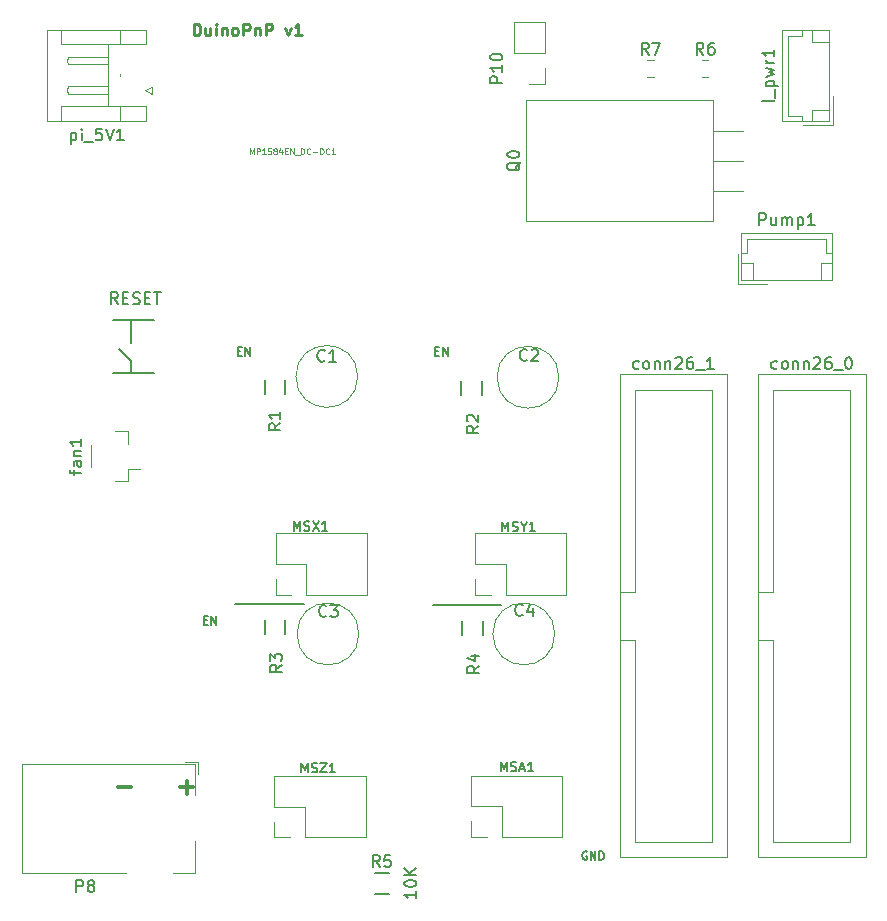
<source format=gto>
%TF.GenerationSoftware,KiCad,Pcbnew,5.1.6-c6e7f7d~87~ubuntu20.04.1*%
%TF.CreationDate,2021-10-31T15:52:52+01:00*%
%TF.ProjectId,sb-cnc-shield,73622d63-6e63-42d7-9368-69656c642e6b,rev?*%
%TF.SameCoordinates,Original*%
%TF.FileFunction,Legend,Top*%
%TF.FilePolarity,Positive*%
%FSLAX46Y46*%
G04 Gerber Fmt 4.6, Leading zero omitted, Abs format (unit mm)*
G04 Created by KiCad (PCBNEW 5.1.6-c6e7f7d~87~ubuntu20.04.1) date 2021-10-31 15:52:52*
%MOMM*%
%LPD*%
G01*
G04 APERTURE LIST*
%ADD10C,0.175000*%
%ADD11C,0.200000*%
%ADD12C,0.300000*%
%ADD13C,0.250000*%
%ADD14C,0.120000*%
%ADD15C,0.150000*%
%ADD16C,0.125000*%
%ADD17C,1.700000*%
%ADD18O,3.500000X3.500000*%
%ADD19R,2.000000X1.905000*%
%ADD20O,2.000000X1.905000*%
%ADD21O,2.000000X1.700000*%
%ADD22C,1.610000*%
%ADD23C,2.250000*%
%ADD24C,1.510000*%
%ADD25R,1.300000X0.700000*%
%ADD26R,0.700000X1.300000*%
%ADD27R,3.500000X3.500000*%
%ADD28C,1.600000*%
%ADD29R,1.700000X1.700000*%
%ADD30O,1.700000X1.700000*%
%ADD31O,1.700000X2.000000*%
%ADD32C,1.524000*%
G04 APERTURE END LIST*
D10*
X158973586Y-114229400D02*
X158906920Y-114196066D01*
X158806920Y-114196066D01*
X158706920Y-114229400D01*
X158640253Y-114296066D01*
X158606920Y-114362733D01*
X158573586Y-114496066D01*
X158573586Y-114596066D01*
X158606920Y-114729400D01*
X158640253Y-114796066D01*
X158706920Y-114862733D01*
X158806920Y-114896066D01*
X158873586Y-114896066D01*
X158973586Y-114862733D01*
X159006920Y-114829400D01*
X159006920Y-114596066D01*
X158873586Y-114596066D01*
X159306920Y-114896066D02*
X159306920Y-114196066D01*
X159706920Y-114896066D01*
X159706920Y-114196066D01*
X160040253Y-114896066D02*
X160040253Y-114196066D01*
X160206920Y-114196066D01*
X160306920Y-114229400D01*
X160373586Y-114296066D01*
X160406920Y-114362733D01*
X160440253Y-114496066D01*
X160440253Y-114596066D01*
X160406920Y-114729400D01*
X160373586Y-114796066D01*
X160306920Y-114862733D01*
X160206920Y-114896066D01*
X160040253Y-114896066D01*
X126554453Y-94631040D02*
X126787786Y-94631040D01*
X126887786Y-94997706D02*
X126554453Y-94997706D01*
X126554453Y-94297706D01*
X126887786Y-94297706D01*
X127187786Y-94997706D02*
X127187786Y-94297706D01*
X127587786Y-94997706D01*
X127587786Y-94297706D01*
X129409413Y-71852320D02*
X129642746Y-71852320D01*
X129742746Y-72218986D02*
X129409413Y-72218986D01*
X129409413Y-71518986D01*
X129742746Y-71518986D01*
X130042746Y-72218986D02*
X130042746Y-71518986D01*
X130442746Y-72218986D01*
X130442746Y-71518986D01*
X146148013Y-71852320D02*
X146381346Y-71852320D01*
X146481346Y-72218986D02*
X146148013Y-72218986D01*
X146148013Y-71518986D01*
X146481346Y-71518986D01*
X146781346Y-72218986D02*
X146781346Y-71518986D01*
X147181346Y-72218986D01*
X147181346Y-71518986D01*
D11*
X145983960Y-93355160D02*
X151698960Y-93355160D01*
X129143760Y-93278960D02*
X134985760Y-93278960D01*
D12*
X119239114Y-108768342D02*
X120381971Y-108768342D01*
X124524828Y-108768342D02*
X125667685Y-108768342D01*
X125096257Y-109339771D02*
X125096257Y-108196914D01*
D13*
X125678180Y-45105580D02*
X125678180Y-44105580D01*
X125916276Y-44105580D01*
X126059133Y-44153200D01*
X126154371Y-44248438D01*
X126201990Y-44343676D01*
X126249609Y-44534152D01*
X126249609Y-44677009D01*
X126201990Y-44867485D01*
X126154371Y-44962723D01*
X126059133Y-45057961D01*
X125916276Y-45105580D01*
X125678180Y-45105580D01*
X127106752Y-44438914D02*
X127106752Y-45105580D01*
X126678180Y-44438914D02*
X126678180Y-44962723D01*
X126725800Y-45057961D01*
X126821038Y-45105580D01*
X126963895Y-45105580D01*
X127059133Y-45057961D01*
X127106752Y-45010342D01*
X127582942Y-45105580D02*
X127582942Y-44438914D01*
X127582942Y-44105580D02*
X127535323Y-44153200D01*
X127582942Y-44200819D01*
X127630561Y-44153200D01*
X127582942Y-44105580D01*
X127582942Y-44200819D01*
X128059133Y-44438914D02*
X128059133Y-45105580D01*
X128059133Y-44534152D02*
X128106752Y-44486533D01*
X128201990Y-44438914D01*
X128344847Y-44438914D01*
X128440085Y-44486533D01*
X128487704Y-44581771D01*
X128487704Y-45105580D01*
X129106752Y-45105580D02*
X129011514Y-45057961D01*
X128963895Y-45010342D01*
X128916276Y-44915104D01*
X128916276Y-44629390D01*
X128963895Y-44534152D01*
X129011514Y-44486533D01*
X129106752Y-44438914D01*
X129249609Y-44438914D01*
X129344847Y-44486533D01*
X129392466Y-44534152D01*
X129440085Y-44629390D01*
X129440085Y-44915104D01*
X129392466Y-45010342D01*
X129344847Y-45057961D01*
X129249609Y-45105580D01*
X129106752Y-45105580D01*
X129868657Y-45105580D02*
X129868657Y-44105580D01*
X130249609Y-44105580D01*
X130344847Y-44153200D01*
X130392466Y-44200819D01*
X130440085Y-44296057D01*
X130440085Y-44438914D01*
X130392466Y-44534152D01*
X130344847Y-44581771D01*
X130249609Y-44629390D01*
X129868657Y-44629390D01*
X130868657Y-44438914D02*
X130868657Y-45105580D01*
X130868657Y-44534152D02*
X130916276Y-44486533D01*
X131011514Y-44438914D01*
X131154371Y-44438914D01*
X131249609Y-44486533D01*
X131297228Y-44581771D01*
X131297228Y-45105580D01*
X131773419Y-45105580D02*
X131773419Y-44105580D01*
X132154371Y-44105580D01*
X132249609Y-44153200D01*
X132297228Y-44200819D01*
X132344847Y-44296057D01*
X132344847Y-44438914D01*
X132297228Y-44534152D01*
X132249609Y-44581771D01*
X132154371Y-44629390D01*
X131773419Y-44629390D01*
X133440085Y-44438914D02*
X133678180Y-45105580D01*
X133916276Y-44438914D01*
X134821038Y-45105580D02*
X134249609Y-45105580D01*
X134535323Y-45105580D02*
X134535323Y-44105580D01*
X134440085Y-44248438D01*
X134344847Y-44343676D01*
X134249609Y-44391295D01*
D14*
%TO.C,conn26_0*%
X173453000Y-73790000D02*
X182573000Y-73790000D01*
X182573000Y-73790000D02*
X182573000Y-114690000D01*
X182573000Y-114690000D02*
X173453000Y-114690000D01*
X173453000Y-114690000D02*
X173453000Y-73790000D01*
X173453000Y-92190000D02*
X174763000Y-92190000D01*
X174763000Y-92190000D02*
X174763000Y-75090000D01*
X174763000Y-75090000D02*
X181263000Y-75090000D01*
X181263000Y-75090000D02*
X181263000Y-113390000D01*
X181263000Y-113390000D02*
X174763000Y-113390000D01*
X174763000Y-113390000D02*
X174763000Y-96290000D01*
X174763000Y-96290000D02*
X174763000Y-96290000D01*
X174763000Y-96290000D02*
X173453000Y-96290000D01*
%TO.C,conn26_1*%
X163050000Y-96290000D02*
X161740000Y-96290000D01*
X163050000Y-96290000D02*
X163050000Y-96290000D01*
X163050000Y-113390000D02*
X163050000Y-96290000D01*
X169550000Y-113390000D02*
X163050000Y-113390000D01*
X169550000Y-75090000D02*
X169550000Y-113390000D01*
X163050000Y-75090000D02*
X169550000Y-75090000D01*
X163050000Y-92190000D02*
X163050000Y-75090000D01*
X161740000Y-92190000D02*
X163050000Y-92190000D01*
X161740000Y-114690000D02*
X161740000Y-73790000D01*
X170860000Y-114690000D02*
X161740000Y-114690000D01*
X170860000Y-73790000D02*
X170860000Y-114690000D01*
X161740000Y-73790000D02*
X170860000Y-73790000D01*
%TO.C,Q0*%
X169690000Y-60847600D02*
X169690000Y-50607600D01*
X153800000Y-60847600D02*
X153800000Y-50607600D01*
X153800000Y-60847600D02*
X169690000Y-60847600D01*
X153800000Y-50607600D02*
X169690000Y-50607600D01*
X169690000Y-58267600D02*
X172230000Y-58267600D01*
X169690000Y-55727600D02*
X172230000Y-55727600D01*
X169690000Y-53187600D02*
X172230000Y-53187600D01*
%TO.C,pi_5V1*%
X119450000Y-51123200D02*
X121650000Y-51123200D01*
X121650000Y-51123200D02*
X121650000Y-52343200D01*
X121650000Y-52343200D02*
X113230000Y-52343200D01*
X113230000Y-52343200D02*
X113230000Y-44623200D01*
X113230000Y-44623200D02*
X121650000Y-44623200D01*
X121650000Y-44623200D02*
X121650000Y-45843200D01*
X121650000Y-45843200D02*
X119450000Y-45843200D01*
X114450000Y-52343200D02*
X114450000Y-51123200D01*
X114450000Y-51123200D02*
X119450000Y-51123200D01*
X119450000Y-51123200D02*
X119450000Y-52343200D01*
X114450000Y-44623200D02*
X114450000Y-45843200D01*
X114450000Y-45843200D02*
X119450000Y-45843200D01*
X119450000Y-45843200D02*
X119450000Y-44623200D01*
X118450000Y-51123200D02*
X118450000Y-45843200D01*
X118450000Y-49733200D02*
X118450000Y-50053200D01*
X118450000Y-50053200D02*
X115030000Y-50053200D01*
X115030000Y-50053200D02*
X114950000Y-49733200D01*
X114950000Y-49733200D02*
X115030000Y-49413200D01*
X115030000Y-49413200D02*
X118450000Y-49413200D01*
X118450000Y-49413200D02*
X118450000Y-49733200D01*
X119450000Y-48563200D02*
X119450000Y-48403200D01*
X118450000Y-47233200D02*
X118450000Y-47553200D01*
X118450000Y-47553200D02*
X115030000Y-47553200D01*
X115030000Y-47553200D02*
X114950000Y-47233200D01*
X114950000Y-47233200D02*
X115030000Y-46913200D01*
X115030000Y-46913200D02*
X118450000Y-46913200D01*
X118450000Y-46913200D02*
X118450000Y-47233200D01*
X121540000Y-49733200D02*
X122140000Y-50033200D01*
X122140000Y-50033200D02*
X122140000Y-49433200D01*
X122140000Y-49433200D02*
X121540000Y-49733200D01*
D15*
%TO.C,SW1*%
X118848000Y-69189600D02*
X122348000Y-69189600D01*
X118848000Y-73689600D02*
X122348000Y-73689600D01*
X120348000Y-73689600D02*
X120348000Y-72689600D01*
X120348000Y-72689600D02*
X119348000Y-71689600D01*
X120348000Y-71189600D02*
X120348000Y-69189600D01*
%TO.C,R1*%
X131698000Y-75464000D02*
X131698000Y-74264000D01*
X133448000Y-74264000D02*
X133448000Y-75464000D01*
%TO.C,R2*%
X148335000Y-75540200D02*
X148335000Y-74340200D01*
X150085000Y-74340200D02*
X150085000Y-75540200D01*
%TO.C,R3*%
X131698000Y-95784000D02*
X131698000Y-94584000D01*
X133448000Y-94584000D02*
X133448000Y-95784000D01*
%TO.C,R4*%
X148411000Y-95860200D02*
X148411000Y-94660200D01*
X150161000Y-94660200D02*
X150161000Y-95860200D01*
%TO.C,R5*%
X142205000Y-117766000D02*
X141005000Y-117766000D01*
X141005000Y-116016000D02*
X142205000Y-116016000D01*
D14*
%TO.C,P8*%
X125838000Y-106820000D02*
X125838000Y-109420000D01*
X111138000Y-106820000D02*
X125838000Y-106820000D01*
X125838000Y-116020000D02*
X123938000Y-116020000D01*
X125838000Y-113320000D02*
X125838000Y-116020000D01*
X111138000Y-116020000D02*
X111138000Y-106820000D01*
X119938000Y-116020000D02*
X111138000Y-116020000D01*
X124988000Y-106620000D02*
X126038000Y-106620000D01*
X126038000Y-107670000D02*
X126038000Y-106620000D01*
%TO.C,C1*%
X139576000Y-73980100D02*
G75*
G03*
X139576000Y-73980100I-2620000J0D01*
G01*
%TO.C,C2*%
X156609000Y-74051200D02*
G75*
G03*
X156609000Y-74051200I-2620000J0D01*
G01*
%TO.C,C3*%
X139672000Y-95778400D02*
G75*
G03*
X139672000Y-95778400I-2620000J0D01*
G01*
%TO.C,C4*%
X156253000Y-95778400D02*
G75*
G03*
X156253000Y-95778400I-2620000J0D01*
G01*
%TO.C,P10*%
X155432000Y-44009000D02*
X152772000Y-44009000D01*
X155432000Y-46609000D02*
X155432000Y-44009000D01*
X152772000Y-46609000D02*
X152772000Y-44009000D01*
X155432000Y-46609000D02*
X152772000Y-46609000D01*
X155432000Y-47879000D02*
X155432000Y-49209000D01*
X155432000Y-49209000D02*
X154102000Y-49209000D01*
%TO.C,R6*%
X168753422Y-48639800D02*
X169270578Y-48639800D01*
X168753422Y-47219800D02*
X169270578Y-47219800D01*
%TO.C,R7*%
X164104422Y-47219800D02*
X164621578Y-47219800D01*
X164104422Y-48639800D02*
X164621578Y-48639800D01*
%TO.C,l_pwr1*%
X175480000Y-52394000D02*
X179500000Y-52394000D01*
X179500000Y-52394000D02*
X179500000Y-44674000D01*
X179500000Y-44674000D02*
X175480000Y-44674000D01*
X175480000Y-44674000D02*
X175480000Y-52394000D01*
X177190000Y-52394000D02*
X177190000Y-51894000D01*
X177190000Y-51894000D02*
X175980000Y-51894000D01*
X175980000Y-51894000D02*
X175980000Y-45174000D01*
X175980000Y-45174000D02*
X177190000Y-45174000D01*
X177190000Y-45174000D02*
X177190000Y-44674000D01*
X178000000Y-52394000D02*
X178000000Y-51394000D01*
X178000000Y-51394000D02*
X179500000Y-51394000D01*
X178000000Y-44674000D02*
X178000000Y-45674000D01*
X178000000Y-45674000D02*
X179500000Y-45674000D01*
X177300000Y-52694000D02*
X179800000Y-52694000D01*
X179800000Y-52694000D02*
X179800000Y-50194000D01*
%TO.C,Pump1*%
X171740000Y-66135400D02*
X174240000Y-66135400D01*
X171740000Y-63635400D02*
X171740000Y-66135400D01*
X178760000Y-64335400D02*
X178760000Y-65835400D01*
X179760000Y-64335400D02*
X178760000Y-64335400D01*
X173040000Y-64335400D02*
X173040000Y-65835400D01*
X172040000Y-64335400D02*
X173040000Y-64335400D01*
X179260000Y-63525400D02*
X179760000Y-63525400D01*
X179260000Y-62315400D02*
X179260000Y-63525400D01*
X172540000Y-62315400D02*
X179260000Y-62315400D01*
X172540000Y-63525400D02*
X172540000Y-62315400D01*
X172040000Y-63525400D02*
X172540000Y-63525400D01*
X179760000Y-61815400D02*
X172040000Y-61815400D01*
X179760000Y-65835400D02*
X179760000Y-61815400D01*
X172040000Y-65835400D02*
X179760000Y-65835400D01*
X172040000Y-61815400D02*
X172040000Y-65835400D01*
%TO.C,MSA1*%
X156890000Y-112973000D02*
X156890000Y-107773000D01*
X151750000Y-112973000D02*
X156890000Y-112973000D01*
X149150000Y-107773000D02*
X156890000Y-107773000D01*
X151750000Y-112973000D02*
X151750000Y-110373000D01*
X151750000Y-110373000D02*
X149150000Y-110373000D01*
X149150000Y-110373000D02*
X149150000Y-107773000D01*
X150480000Y-112973000D02*
X149150000Y-112973000D01*
X149150000Y-112973000D02*
X149150000Y-111643000D01*
%TO.C,MSY1*%
X157245000Y-92475400D02*
X157245000Y-87275400D01*
X152105000Y-92475400D02*
X157245000Y-92475400D01*
X149505000Y-87275400D02*
X157245000Y-87275400D01*
X152105000Y-92475400D02*
X152105000Y-89875400D01*
X152105000Y-89875400D02*
X149505000Y-89875400D01*
X149505000Y-89875400D02*
X149505000Y-87275400D01*
X150835000Y-92475400D02*
X149505000Y-92475400D01*
X149505000Y-92475400D02*
X149505000Y-91145400D01*
%TO.C,MSZ1*%
X132513000Y-112999000D02*
X132513000Y-111669000D01*
X133843000Y-112999000D02*
X132513000Y-112999000D01*
X132513000Y-110399000D02*
X132513000Y-107799000D01*
X135113000Y-110399000D02*
X132513000Y-110399000D01*
X135113000Y-112999000D02*
X135113000Y-110399000D01*
X132513000Y-107799000D02*
X140253000Y-107799000D01*
X135113000Y-112999000D02*
X140253000Y-112999000D01*
X140253000Y-112999000D02*
X140253000Y-107799000D01*
%TO.C,MSX1*%
X140355000Y-92475400D02*
X140355000Y-87275400D01*
X135215000Y-92475400D02*
X140355000Y-92475400D01*
X132615000Y-87275400D02*
X140355000Y-87275400D01*
X135215000Y-92475400D02*
X135215000Y-89875400D01*
X135215000Y-89875400D02*
X132615000Y-89875400D01*
X132615000Y-89875400D02*
X132615000Y-87275400D01*
X133945000Y-92475400D02*
X132615000Y-92475400D01*
X132615000Y-92475400D02*
X132615000Y-91145400D01*
%TO.C,fan1*%
X117025000Y-81676400D02*
X117025000Y-79796400D01*
X120145000Y-78626400D02*
X120145000Y-79676400D01*
X118995000Y-78626400D02*
X120145000Y-78626400D01*
X120145000Y-81796400D02*
X121135000Y-81796400D01*
X120145000Y-82846400D02*
X120145000Y-81796400D01*
X118995000Y-82846400D02*
X120145000Y-82846400D01*
%TO.C,conn26_0*%
D15*
X175084428Y-73304761D02*
X174989190Y-73352380D01*
X174798714Y-73352380D01*
X174703476Y-73304761D01*
X174655857Y-73257142D01*
X174608238Y-73161904D01*
X174608238Y-72876190D01*
X174655857Y-72780952D01*
X174703476Y-72733333D01*
X174798714Y-72685714D01*
X174989190Y-72685714D01*
X175084428Y-72733333D01*
X175655857Y-73352380D02*
X175560619Y-73304761D01*
X175513000Y-73257142D01*
X175465380Y-73161904D01*
X175465380Y-72876190D01*
X175513000Y-72780952D01*
X175560619Y-72733333D01*
X175655857Y-72685714D01*
X175798714Y-72685714D01*
X175893952Y-72733333D01*
X175941571Y-72780952D01*
X175989190Y-72876190D01*
X175989190Y-73161904D01*
X175941571Y-73257142D01*
X175893952Y-73304761D01*
X175798714Y-73352380D01*
X175655857Y-73352380D01*
X176417761Y-72685714D02*
X176417761Y-73352380D01*
X176417761Y-72780952D02*
X176465380Y-72733333D01*
X176560619Y-72685714D01*
X176703476Y-72685714D01*
X176798714Y-72733333D01*
X176846333Y-72828571D01*
X176846333Y-73352380D01*
X177322523Y-72685714D02*
X177322523Y-73352380D01*
X177322523Y-72780952D02*
X177370142Y-72733333D01*
X177465380Y-72685714D01*
X177608238Y-72685714D01*
X177703476Y-72733333D01*
X177751095Y-72828571D01*
X177751095Y-73352380D01*
X178179666Y-72447619D02*
X178227285Y-72400000D01*
X178322523Y-72352380D01*
X178560619Y-72352380D01*
X178655857Y-72400000D01*
X178703476Y-72447619D01*
X178751095Y-72542857D01*
X178751095Y-72638095D01*
X178703476Y-72780952D01*
X178132047Y-73352380D01*
X178751095Y-73352380D01*
X179608238Y-72352380D02*
X179417761Y-72352380D01*
X179322523Y-72400000D01*
X179274904Y-72447619D01*
X179179666Y-72590476D01*
X179132047Y-72780952D01*
X179132047Y-73161904D01*
X179179666Y-73257142D01*
X179227285Y-73304761D01*
X179322523Y-73352380D01*
X179513000Y-73352380D01*
X179608238Y-73304761D01*
X179655857Y-73257142D01*
X179703476Y-73161904D01*
X179703476Y-72923809D01*
X179655857Y-72828571D01*
X179608238Y-72780952D01*
X179513000Y-72733333D01*
X179322523Y-72733333D01*
X179227285Y-72780952D01*
X179179666Y-72828571D01*
X179132047Y-72923809D01*
X179893952Y-73447619D02*
X180655857Y-73447619D01*
X181084428Y-72352380D02*
X181179666Y-72352380D01*
X181274904Y-72400000D01*
X181322523Y-72447619D01*
X181370142Y-72542857D01*
X181417761Y-72733333D01*
X181417761Y-72971428D01*
X181370142Y-73161904D01*
X181322523Y-73257142D01*
X181274904Y-73304761D01*
X181179666Y-73352380D01*
X181084428Y-73352380D01*
X180989190Y-73304761D01*
X180941571Y-73257142D01*
X180893952Y-73161904D01*
X180846333Y-72971428D01*
X180846333Y-72733333D01*
X180893952Y-72542857D01*
X180941571Y-72447619D01*
X180989190Y-72400000D01*
X181084428Y-72352380D01*
%TO.C,conn26_1*%
X163371428Y-73304761D02*
X163276190Y-73352380D01*
X163085714Y-73352380D01*
X162990476Y-73304761D01*
X162942857Y-73257142D01*
X162895238Y-73161904D01*
X162895238Y-72876190D01*
X162942857Y-72780952D01*
X162990476Y-72733333D01*
X163085714Y-72685714D01*
X163276190Y-72685714D01*
X163371428Y-72733333D01*
X163942857Y-73352380D02*
X163847619Y-73304761D01*
X163800000Y-73257142D01*
X163752380Y-73161904D01*
X163752380Y-72876190D01*
X163800000Y-72780952D01*
X163847619Y-72733333D01*
X163942857Y-72685714D01*
X164085714Y-72685714D01*
X164180952Y-72733333D01*
X164228571Y-72780952D01*
X164276190Y-72876190D01*
X164276190Y-73161904D01*
X164228571Y-73257142D01*
X164180952Y-73304761D01*
X164085714Y-73352380D01*
X163942857Y-73352380D01*
X164704761Y-72685714D02*
X164704761Y-73352380D01*
X164704761Y-72780952D02*
X164752380Y-72733333D01*
X164847619Y-72685714D01*
X164990476Y-72685714D01*
X165085714Y-72733333D01*
X165133333Y-72828571D01*
X165133333Y-73352380D01*
X165609523Y-72685714D02*
X165609523Y-73352380D01*
X165609523Y-72780952D02*
X165657142Y-72733333D01*
X165752380Y-72685714D01*
X165895238Y-72685714D01*
X165990476Y-72733333D01*
X166038095Y-72828571D01*
X166038095Y-73352380D01*
X166466666Y-72447619D02*
X166514285Y-72400000D01*
X166609523Y-72352380D01*
X166847619Y-72352380D01*
X166942857Y-72400000D01*
X166990476Y-72447619D01*
X167038095Y-72542857D01*
X167038095Y-72638095D01*
X166990476Y-72780952D01*
X166419047Y-73352380D01*
X167038095Y-73352380D01*
X167895238Y-72352380D02*
X167704761Y-72352380D01*
X167609523Y-72400000D01*
X167561904Y-72447619D01*
X167466666Y-72590476D01*
X167419047Y-72780952D01*
X167419047Y-73161904D01*
X167466666Y-73257142D01*
X167514285Y-73304761D01*
X167609523Y-73352380D01*
X167800000Y-73352380D01*
X167895238Y-73304761D01*
X167942857Y-73257142D01*
X167990476Y-73161904D01*
X167990476Y-72923809D01*
X167942857Y-72828571D01*
X167895238Y-72780952D01*
X167800000Y-72733333D01*
X167609523Y-72733333D01*
X167514285Y-72780952D01*
X167466666Y-72828571D01*
X167419047Y-72923809D01*
X168180952Y-73447619D02*
X168942857Y-73447619D01*
X169704761Y-73352380D02*
X169133333Y-73352380D01*
X169419047Y-73352380D02*
X169419047Y-72352380D01*
X169323809Y-72495238D01*
X169228571Y-72590476D01*
X169133333Y-72638095D01*
%TO.C,Q0*%
X153347619Y-55822838D02*
X153300000Y-55918076D01*
X153204761Y-56013314D01*
X153061904Y-56156171D01*
X153014285Y-56251409D01*
X153014285Y-56346647D01*
X153252380Y-56299028D02*
X153204761Y-56394266D01*
X153109523Y-56489504D01*
X152919047Y-56537123D01*
X152585714Y-56537123D01*
X152395238Y-56489504D01*
X152300000Y-56394266D01*
X152252380Y-56299028D01*
X152252380Y-56108552D01*
X152300000Y-56013314D01*
X152395238Y-55918076D01*
X152585714Y-55870457D01*
X152919047Y-55870457D01*
X153109523Y-55918076D01*
X153204761Y-56013314D01*
X153252380Y-56108552D01*
X153252380Y-56299028D01*
X152252380Y-55251409D02*
X152252380Y-55156171D01*
X152300000Y-55060933D01*
X152347619Y-55013314D01*
X152442857Y-54965695D01*
X152633333Y-54918076D01*
X152871428Y-54918076D01*
X153061904Y-54965695D01*
X153157142Y-55013314D01*
X153204761Y-55060933D01*
X153252380Y-55156171D01*
X153252380Y-55251409D01*
X153204761Y-55346647D01*
X153157142Y-55394266D01*
X153061904Y-55441885D01*
X152871428Y-55489504D01*
X152633333Y-55489504D01*
X152442857Y-55441885D01*
X152347619Y-55394266D01*
X152300000Y-55346647D01*
X152252380Y-55251409D01*
%TO.C,pi_5V1*%
X115285714Y-53328914D02*
X115285714Y-54328914D01*
X115285714Y-53376533D02*
X115380952Y-53328914D01*
X115571428Y-53328914D01*
X115666666Y-53376533D01*
X115714285Y-53424152D01*
X115761904Y-53519390D01*
X115761904Y-53805104D01*
X115714285Y-53900342D01*
X115666666Y-53947961D01*
X115571428Y-53995580D01*
X115380952Y-53995580D01*
X115285714Y-53947961D01*
X116190476Y-53995580D02*
X116190476Y-53328914D01*
X116190476Y-52995580D02*
X116142857Y-53043200D01*
X116190476Y-53090819D01*
X116238095Y-53043200D01*
X116190476Y-52995580D01*
X116190476Y-53090819D01*
X116428571Y-54090819D02*
X117190476Y-54090819D01*
X117904761Y-52995580D02*
X117428571Y-52995580D01*
X117380952Y-53471771D01*
X117428571Y-53424152D01*
X117523809Y-53376533D01*
X117761904Y-53376533D01*
X117857142Y-53424152D01*
X117904761Y-53471771D01*
X117952380Y-53567009D01*
X117952380Y-53805104D01*
X117904761Y-53900342D01*
X117857142Y-53947961D01*
X117761904Y-53995580D01*
X117523809Y-53995580D01*
X117428571Y-53947961D01*
X117380952Y-53900342D01*
X118238095Y-52995580D02*
X118571428Y-53995580D01*
X118904761Y-52995580D01*
X119761904Y-53995580D02*
X119190476Y-53995580D01*
X119476190Y-53995580D02*
X119476190Y-52995580D01*
X119380952Y-53138438D01*
X119285714Y-53233676D01*
X119190476Y-53281295D01*
%TO.C,SW1*%
X119261119Y-67855480D02*
X118927785Y-67379290D01*
X118689690Y-67855480D02*
X118689690Y-66855480D01*
X119070642Y-66855480D01*
X119165880Y-66903100D01*
X119213500Y-66950719D01*
X119261119Y-67045957D01*
X119261119Y-67188814D01*
X119213500Y-67284052D01*
X119165880Y-67331671D01*
X119070642Y-67379290D01*
X118689690Y-67379290D01*
X119689690Y-67331671D02*
X120023023Y-67331671D01*
X120165880Y-67855480D02*
X119689690Y-67855480D01*
X119689690Y-66855480D01*
X120165880Y-66855480D01*
X120546833Y-67807861D02*
X120689690Y-67855480D01*
X120927785Y-67855480D01*
X121023023Y-67807861D01*
X121070642Y-67760242D01*
X121118261Y-67665004D01*
X121118261Y-67569766D01*
X121070642Y-67474528D01*
X121023023Y-67426909D01*
X120927785Y-67379290D01*
X120737309Y-67331671D01*
X120642071Y-67284052D01*
X120594452Y-67236433D01*
X120546833Y-67141195D01*
X120546833Y-67045957D01*
X120594452Y-66950719D01*
X120642071Y-66903100D01*
X120737309Y-66855480D01*
X120975404Y-66855480D01*
X121118261Y-66903100D01*
X121546833Y-67331671D02*
X121880166Y-67331671D01*
X122023023Y-67855480D02*
X121546833Y-67855480D01*
X121546833Y-66855480D01*
X122023023Y-66855480D01*
X122308738Y-66855480D02*
X122880166Y-66855480D01*
X122594452Y-67855480D02*
X122594452Y-66855480D01*
%TO.C,R1*%
X133025380Y-77951666D02*
X132549190Y-78285000D01*
X133025380Y-78523095D02*
X132025380Y-78523095D01*
X132025380Y-78142142D01*
X132073000Y-78046904D01*
X132120619Y-77999285D01*
X132215857Y-77951666D01*
X132358714Y-77951666D01*
X132453952Y-77999285D01*
X132501571Y-78046904D01*
X132549190Y-78142142D01*
X132549190Y-78523095D01*
X133025380Y-76999285D02*
X133025380Y-77570714D01*
X133025380Y-77285000D02*
X132025380Y-77285000D01*
X132168238Y-77380238D01*
X132263476Y-77475476D01*
X132311095Y-77570714D01*
%TO.C,R2*%
X149789380Y-78154866D02*
X149313190Y-78488200D01*
X149789380Y-78726295D02*
X148789380Y-78726295D01*
X148789380Y-78345342D01*
X148837000Y-78250104D01*
X148884619Y-78202485D01*
X148979857Y-78154866D01*
X149122714Y-78154866D01*
X149217952Y-78202485D01*
X149265571Y-78250104D01*
X149313190Y-78345342D01*
X149313190Y-78726295D01*
X148884619Y-77773914D02*
X148837000Y-77726295D01*
X148789380Y-77631057D01*
X148789380Y-77392961D01*
X148837000Y-77297723D01*
X148884619Y-77250104D01*
X148979857Y-77202485D01*
X149075095Y-77202485D01*
X149217952Y-77250104D01*
X149789380Y-77821533D01*
X149789380Y-77202485D01*
%TO.C,R3*%
X133152380Y-98398666D02*
X132676190Y-98732000D01*
X133152380Y-98970095D02*
X132152380Y-98970095D01*
X132152380Y-98589142D01*
X132200000Y-98493904D01*
X132247619Y-98446285D01*
X132342857Y-98398666D01*
X132485714Y-98398666D01*
X132580952Y-98446285D01*
X132628571Y-98493904D01*
X132676190Y-98589142D01*
X132676190Y-98970095D01*
X132152380Y-98065333D02*
X132152380Y-97446285D01*
X132533333Y-97779619D01*
X132533333Y-97636761D01*
X132580952Y-97541523D01*
X132628571Y-97493904D01*
X132723809Y-97446285D01*
X132961904Y-97446285D01*
X133057142Y-97493904D01*
X133104761Y-97541523D01*
X133152380Y-97636761D01*
X133152380Y-97922476D01*
X133104761Y-98017714D01*
X133057142Y-98065333D01*
%TO.C,R4*%
X149865380Y-98474866D02*
X149389190Y-98808200D01*
X149865380Y-99046295D02*
X148865380Y-99046295D01*
X148865380Y-98665342D01*
X148913000Y-98570104D01*
X148960619Y-98522485D01*
X149055857Y-98474866D01*
X149198714Y-98474866D01*
X149293952Y-98522485D01*
X149341571Y-98570104D01*
X149389190Y-98665342D01*
X149389190Y-99046295D01*
X149198714Y-97617723D02*
X149865380Y-97617723D01*
X148817761Y-97855819D02*
X149532047Y-98093914D01*
X149532047Y-97474866D01*
%TO.C,R5*%
X141438333Y-115501880D02*
X141105000Y-115025690D01*
X140866904Y-115501880D02*
X140866904Y-114501880D01*
X141247857Y-114501880D01*
X141343095Y-114549500D01*
X141390714Y-114597119D01*
X141438333Y-114692357D01*
X141438333Y-114835214D01*
X141390714Y-114930452D01*
X141343095Y-114978071D01*
X141247857Y-115025690D01*
X140866904Y-115025690D01*
X142343095Y-114501880D02*
X141866904Y-114501880D01*
X141819285Y-114978071D01*
X141866904Y-114930452D01*
X141962142Y-114882833D01*
X142200238Y-114882833D01*
X142295476Y-114930452D01*
X142343095Y-114978071D01*
X142390714Y-115073309D01*
X142390714Y-115311404D01*
X142343095Y-115406642D01*
X142295476Y-115454261D01*
X142200238Y-115501880D01*
X141962142Y-115501880D01*
X141866904Y-115454261D01*
X141819285Y-115406642D01*
X144533880Y-117581476D02*
X144533880Y-118152904D01*
X144533880Y-117867190D02*
X143533880Y-117867190D01*
X143676738Y-117962428D01*
X143771976Y-118057666D01*
X143819595Y-118152904D01*
X143533880Y-116962428D02*
X143533880Y-116867190D01*
X143581500Y-116771952D01*
X143629119Y-116724333D01*
X143724357Y-116676714D01*
X143914833Y-116629095D01*
X144152928Y-116629095D01*
X144343404Y-116676714D01*
X144438642Y-116724333D01*
X144486261Y-116771952D01*
X144533880Y-116867190D01*
X144533880Y-116962428D01*
X144486261Y-117057666D01*
X144438642Y-117105285D01*
X144343404Y-117152904D01*
X144152928Y-117200523D01*
X143914833Y-117200523D01*
X143724357Y-117152904D01*
X143629119Y-117105285D01*
X143581500Y-117057666D01*
X143533880Y-116962428D01*
X144533880Y-116200523D02*
X143533880Y-116200523D01*
X144533880Y-115629095D02*
X143962452Y-116057666D01*
X143533880Y-115629095D02*
X144105309Y-116200523D01*
%TO.C,P8*%
X115749904Y-117622380D02*
X115749904Y-116622380D01*
X116130857Y-116622380D01*
X116226095Y-116670000D01*
X116273714Y-116717619D01*
X116321333Y-116812857D01*
X116321333Y-116955714D01*
X116273714Y-117050952D01*
X116226095Y-117098571D01*
X116130857Y-117146190D01*
X115749904Y-117146190D01*
X116892761Y-117050952D02*
X116797523Y-117003333D01*
X116749904Y-116955714D01*
X116702285Y-116860476D01*
X116702285Y-116812857D01*
X116749904Y-116717619D01*
X116797523Y-116670000D01*
X116892761Y-116622380D01*
X117083238Y-116622380D01*
X117178476Y-116670000D01*
X117226095Y-116717619D01*
X117273714Y-116812857D01*
X117273714Y-116860476D01*
X117226095Y-116955714D01*
X117178476Y-117003333D01*
X117083238Y-117050952D01*
X116892761Y-117050952D01*
X116797523Y-117098571D01*
X116749904Y-117146190D01*
X116702285Y-117241428D01*
X116702285Y-117431904D01*
X116749904Y-117527142D01*
X116797523Y-117574761D01*
X116892761Y-117622380D01*
X117083238Y-117622380D01*
X117178476Y-117574761D01*
X117226095Y-117527142D01*
X117273714Y-117431904D01*
X117273714Y-117241428D01*
X117226095Y-117146190D01*
X117178476Y-117098571D01*
X117083238Y-117050952D01*
%TO.C,C1*%
X136780213Y-72620182D02*
X136732594Y-72667801D01*
X136589737Y-72715420D01*
X136494499Y-72715420D01*
X136351641Y-72667801D01*
X136256403Y-72572563D01*
X136208784Y-72477325D01*
X136161165Y-72286849D01*
X136161165Y-72143992D01*
X136208784Y-71953516D01*
X136256403Y-71858278D01*
X136351641Y-71763040D01*
X136494499Y-71715420D01*
X136589737Y-71715420D01*
X136732594Y-71763040D01*
X136780213Y-71810659D01*
X137732594Y-72715420D02*
X137161165Y-72715420D01*
X137446880Y-72715420D02*
X137446880Y-71715420D01*
X137351641Y-71858278D01*
X137256403Y-71953516D01*
X137161165Y-72001135D01*
%TO.C,C2*%
X153914653Y-72574462D02*
X153867034Y-72622081D01*
X153724177Y-72669700D01*
X153628939Y-72669700D01*
X153486081Y-72622081D01*
X153390843Y-72526843D01*
X153343224Y-72431605D01*
X153295605Y-72241129D01*
X153295605Y-72098272D01*
X153343224Y-71907796D01*
X153390843Y-71812558D01*
X153486081Y-71717320D01*
X153628939Y-71669700D01*
X153724177Y-71669700D01*
X153867034Y-71717320D01*
X153914653Y-71764939D01*
X154295605Y-71764939D02*
X154343224Y-71717320D01*
X154438462Y-71669700D01*
X154676558Y-71669700D01*
X154771796Y-71717320D01*
X154819415Y-71764939D01*
X154867034Y-71860177D01*
X154867034Y-71955415D01*
X154819415Y-72098272D01*
X154247986Y-72669700D01*
X154867034Y-72669700D01*
%TO.C,C3*%
X136912293Y-94245742D02*
X136864674Y-94293361D01*
X136721817Y-94340980D01*
X136626579Y-94340980D01*
X136483721Y-94293361D01*
X136388483Y-94198123D01*
X136340864Y-94102885D01*
X136293245Y-93912409D01*
X136293245Y-93769552D01*
X136340864Y-93579076D01*
X136388483Y-93483838D01*
X136483721Y-93388600D01*
X136626579Y-93340980D01*
X136721817Y-93340980D01*
X136864674Y-93388600D01*
X136912293Y-93436219D01*
X137245626Y-93340980D02*
X137864674Y-93340980D01*
X137531340Y-93721933D01*
X137674198Y-93721933D01*
X137769436Y-93769552D01*
X137817055Y-93817171D01*
X137864674Y-93912409D01*
X137864674Y-94150504D01*
X137817055Y-94245742D01*
X137769436Y-94293361D01*
X137674198Y-94340980D01*
X137388483Y-94340980D01*
X137293245Y-94293361D01*
X137245626Y-94245742D01*
%TO.C,C4*%
X153528573Y-94159382D02*
X153480954Y-94207001D01*
X153338097Y-94254620D01*
X153242859Y-94254620D01*
X153100001Y-94207001D01*
X153004763Y-94111763D01*
X152957144Y-94016525D01*
X152909525Y-93826049D01*
X152909525Y-93683192D01*
X152957144Y-93492716D01*
X153004763Y-93397478D01*
X153100001Y-93302240D01*
X153242859Y-93254620D01*
X153338097Y-93254620D01*
X153480954Y-93302240D01*
X153528573Y-93349859D01*
X154385716Y-93587954D02*
X154385716Y-94254620D01*
X154147620Y-93207001D02*
X153909525Y-93921287D01*
X154528573Y-93921287D01*
%TO.C,P10*%
X151805900Y-49128845D02*
X150805900Y-49128845D01*
X150805900Y-48747893D01*
X150853520Y-48652655D01*
X150901139Y-48605036D01*
X150996377Y-48557417D01*
X151139234Y-48557417D01*
X151234472Y-48605036D01*
X151282091Y-48652655D01*
X151329710Y-48747893D01*
X151329710Y-49128845D01*
X151805900Y-47605036D02*
X151805900Y-48176464D01*
X151805900Y-47890750D02*
X150805900Y-47890750D01*
X150948758Y-47985988D01*
X151043996Y-48081226D01*
X151091615Y-48176464D01*
X150805900Y-46985988D02*
X150805900Y-46890750D01*
X150853520Y-46795512D01*
X150901139Y-46747893D01*
X150996377Y-46700274D01*
X151186853Y-46652655D01*
X151424948Y-46652655D01*
X151615424Y-46700274D01*
X151710662Y-46747893D01*
X151758281Y-46795512D01*
X151805900Y-46890750D01*
X151805900Y-46985988D01*
X151758281Y-47081226D01*
X151710662Y-47128845D01*
X151615424Y-47176464D01*
X151424948Y-47224083D01*
X151186853Y-47224083D01*
X150996377Y-47176464D01*
X150901139Y-47128845D01*
X150853520Y-47081226D01*
X150805900Y-46985988D01*
%TO.C,R6*%
X168845333Y-46732180D02*
X168512000Y-46255990D01*
X168273904Y-46732180D02*
X168273904Y-45732180D01*
X168654857Y-45732180D01*
X168750095Y-45779800D01*
X168797714Y-45827419D01*
X168845333Y-45922657D01*
X168845333Y-46065514D01*
X168797714Y-46160752D01*
X168750095Y-46208371D01*
X168654857Y-46255990D01*
X168273904Y-46255990D01*
X169702476Y-45732180D02*
X169512000Y-45732180D01*
X169416761Y-45779800D01*
X169369142Y-45827419D01*
X169273904Y-45970276D01*
X169226285Y-46160752D01*
X169226285Y-46541704D01*
X169273904Y-46636942D01*
X169321523Y-46684561D01*
X169416761Y-46732180D01*
X169607238Y-46732180D01*
X169702476Y-46684561D01*
X169750095Y-46636942D01*
X169797714Y-46541704D01*
X169797714Y-46303609D01*
X169750095Y-46208371D01*
X169702476Y-46160752D01*
X169607238Y-46113133D01*
X169416761Y-46113133D01*
X169321523Y-46160752D01*
X169273904Y-46208371D01*
X169226285Y-46303609D01*
%TO.C,R7*%
X164196333Y-46732180D02*
X163863000Y-46255990D01*
X163624904Y-46732180D02*
X163624904Y-45732180D01*
X164005857Y-45732180D01*
X164101095Y-45779800D01*
X164148714Y-45827419D01*
X164196333Y-45922657D01*
X164196333Y-46065514D01*
X164148714Y-46160752D01*
X164101095Y-46208371D01*
X164005857Y-46255990D01*
X163624904Y-46255990D01*
X164529666Y-45732180D02*
X165196333Y-45732180D01*
X164767761Y-46732180D01*
%TO.C,l_pwr1*%
X174842380Y-50557809D02*
X174794761Y-50653047D01*
X174699523Y-50700666D01*
X173842380Y-50700666D01*
X174937619Y-50414952D02*
X174937619Y-49653047D01*
X174175714Y-49414952D02*
X175175714Y-49414952D01*
X174223333Y-49414952D02*
X174175714Y-49319714D01*
X174175714Y-49129238D01*
X174223333Y-49034000D01*
X174270952Y-48986380D01*
X174366190Y-48938761D01*
X174651904Y-48938761D01*
X174747142Y-48986380D01*
X174794761Y-49034000D01*
X174842380Y-49129238D01*
X174842380Y-49319714D01*
X174794761Y-49414952D01*
X174175714Y-48605428D02*
X174842380Y-48414952D01*
X174366190Y-48224476D01*
X174842380Y-48034000D01*
X174175714Y-47843523D01*
X174842380Y-47462571D02*
X174175714Y-47462571D01*
X174366190Y-47462571D02*
X174270952Y-47414952D01*
X174223333Y-47367333D01*
X174175714Y-47272095D01*
X174175714Y-47176857D01*
X174842380Y-46319714D02*
X174842380Y-46891142D01*
X174842380Y-46605428D02*
X173842380Y-46605428D01*
X173985238Y-46700666D01*
X174080476Y-46795904D01*
X174128095Y-46891142D01*
%TO.C,Pump1*%
X173590476Y-61177780D02*
X173590476Y-60177780D01*
X173971428Y-60177780D01*
X174066666Y-60225400D01*
X174114285Y-60273019D01*
X174161904Y-60368257D01*
X174161904Y-60511114D01*
X174114285Y-60606352D01*
X174066666Y-60653971D01*
X173971428Y-60701590D01*
X173590476Y-60701590D01*
X175019047Y-60511114D02*
X175019047Y-61177780D01*
X174590476Y-60511114D02*
X174590476Y-61034923D01*
X174638095Y-61130161D01*
X174733333Y-61177780D01*
X174876190Y-61177780D01*
X174971428Y-61130161D01*
X175019047Y-61082542D01*
X175495238Y-61177780D02*
X175495238Y-60511114D01*
X175495238Y-60606352D02*
X175542857Y-60558733D01*
X175638095Y-60511114D01*
X175780952Y-60511114D01*
X175876190Y-60558733D01*
X175923809Y-60653971D01*
X175923809Y-61177780D01*
X175923809Y-60653971D02*
X175971428Y-60558733D01*
X176066666Y-60511114D01*
X176209523Y-60511114D01*
X176304761Y-60558733D01*
X176352380Y-60653971D01*
X176352380Y-61177780D01*
X176828571Y-60511114D02*
X176828571Y-61511114D01*
X176828571Y-60558733D02*
X176923809Y-60511114D01*
X177114285Y-60511114D01*
X177209523Y-60558733D01*
X177257142Y-60606352D01*
X177304761Y-60701590D01*
X177304761Y-60987304D01*
X177257142Y-61082542D01*
X177209523Y-61130161D01*
X177114285Y-61177780D01*
X176923809Y-61177780D01*
X176828571Y-61130161D01*
X178257142Y-61177780D02*
X177685714Y-61177780D01*
X177971428Y-61177780D02*
X177971428Y-60177780D01*
X177876190Y-60320638D01*
X177780952Y-60415876D01*
X177685714Y-60463495D01*
%TO.C,MSA1*%
X151673571Y-107422944D02*
X151673571Y-106622944D01*
X151940238Y-107194373D01*
X152206904Y-106622944D01*
X152206904Y-107422944D01*
X152549761Y-107384849D02*
X152664047Y-107422944D01*
X152854523Y-107422944D01*
X152930714Y-107384849D01*
X152968809Y-107346754D01*
X153006904Y-107270563D01*
X153006904Y-107194373D01*
X152968809Y-107118182D01*
X152930714Y-107080087D01*
X152854523Y-107041992D01*
X152702142Y-107003897D01*
X152625952Y-106965801D01*
X152587857Y-106927706D01*
X152549761Y-106851516D01*
X152549761Y-106775325D01*
X152587857Y-106699135D01*
X152625952Y-106661040D01*
X152702142Y-106622944D01*
X152892619Y-106622944D01*
X153006904Y-106661040D01*
X153311666Y-107194373D02*
X153692619Y-107194373D01*
X153235476Y-107422944D02*
X153502142Y-106622944D01*
X153768809Y-107422944D01*
X154454523Y-107422944D02*
X153997380Y-107422944D01*
X154225952Y-107422944D02*
X154225952Y-106622944D01*
X154149761Y-106737230D01*
X154073571Y-106813420D01*
X153997380Y-106851516D01*
%TO.C,MSY1*%
X151805651Y-87067384D02*
X151805651Y-86267384D01*
X152072318Y-86838813D01*
X152338984Y-86267384D01*
X152338984Y-87067384D01*
X152681841Y-87029289D02*
X152796127Y-87067384D01*
X152986603Y-87067384D01*
X153062794Y-87029289D01*
X153100889Y-86991194D01*
X153138984Y-86915003D01*
X153138984Y-86838813D01*
X153100889Y-86762622D01*
X153062794Y-86724527D01*
X152986603Y-86686432D01*
X152834222Y-86648337D01*
X152758032Y-86610241D01*
X152719937Y-86572146D01*
X152681841Y-86495956D01*
X152681841Y-86419765D01*
X152719937Y-86343575D01*
X152758032Y-86305480D01*
X152834222Y-86267384D01*
X153024699Y-86267384D01*
X153138984Y-86305480D01*
X153634222Y-86686432D02*
X153634222Y-87067384D01*
X153367556Y-86267384D02*
X153634222Y-86686432D01*
X153900889Y-86267384D01*
X154586603Y-87067384D02*
X154129460Y-87067384D01*
X154358032Y-87067384D02*
X154358032Y-86267384D01*
X154281841Y-86381670D01*
X154205651Y-86457860D01*
X154129460Y-86495956D01*
%TO.C,MSZ1*%
X134805836Y-107509304D02*
X134805836Y-106709304D01*
X135072502Y-107280733D01*
X135339169Y-106709304D01*
X135339169Y-107509304D01*
X135682026Y-107471209D02*
X135796312Y-107509304D01*
X135986788Y-107509304D01*
X136062979Y-107471209D01*
X136101074Y-107433114D01*
X136139169Y-107356923D01*
X136139169Y-107280733D01*
X136101074Y-107204542D01*
X136062979Y-107166447D01*
X135986788Y-107128352D01*
X135834407Y-107090257D01*
X135758217Y-107052161D01*
X135720121Y-107014066D01*
X135682026Y-106937876D01*
X135682026Y-106861685D01*
X135720121Y-106785495D01*
X135758217Y-106747400D01*
X135834407Y-106709304D01*
X136024883Y-106709304D01*
X136139169Y-106747400D01*
X136405836Y-106709304D02*
X136939169Y-106709304D01*
X136405836Y-107509304D01*
X136939169Y-107509304D01*
X137662979Y-107509304D02*
X137205836Y-107509304D01*
X137434407Y-107509304D02*
X137434407Y-106709304D01*
X137358217Y-106823590D01*
X137282026Y-106899780D01*
X137205836Y-106937876D01*
%TO.C,MSX1*%
X134155596Y-87026744D02*
X134155596Y-86226744D01*
X134422262Y-86798173D01*
X134688929Y-86226744D01*
X134688929Y-87026744D01*
X135031786Y-86988649D02*
X135146072Y-87026744D01*
X135336548Y-87026744D01*
X135412739Y-86988649D01*
X135450834Y-86950554D01*
X135488929Y-86874363D01*
X135488929Y-86798173D01*
X135450834Y-86721982D01*
X135412739Y-86683887D01*
X135336548Y-86645792D01*
X135184167Y-86607697D01*
X135107977Y-86569601D01*
X135069881Y-86531506D01*
X135031786Y-86455316D01*
X135031786Y-86379125D01*
X135069881Y-86302935D01*
X135107977Y-86264840D01*
X135184167Y-86226744D01*
X135374643Y-86226744D01*
X135488929Y-86264840D01*
X135755596Y-86226744D02*
X136288929Y-87026744D01*
X136288929Y-86226744D02*
X135755596Y-87026744D01*
X137012739Y-87026744D02*
X136555596Y-87026744D01*
X136784167Y-87026744D02*
X136784167Y-86226744D01*
X136707977Y-86341030D01*
X136631786Y-86417220D01*
X136555596Y-86455316D01*
%TO.C,MP1584EN_DC-DC1*%
D16*
X130440761Y-55166390D02*
X130440761Y-54666390D01*
X130607428Y-55023533D01*
X130774095Y-54666390D01*
X130774095Y-55166390D01*
X131012190Y-55166390D02*
X131012190Y-54666390D01*
X131202666Y-54666390D01*
X131250285Y-54690200D01*
X131274095Y-54714009D01*
X131297904Y-54761628D01*
X131297904Y-54833057D01*
X131274095Y-54880676D01*
X131250285Y-54904485D01*
X131202666Y-54928295D01*
X131012190Y-54928295D01*
X131774095Y-55166390D02*
X131488380Y-55166390D01*
X131631238Y-55166390D02*
X131631238Y-54666390D01*
X131583619Y-54737819D01*
X131536000Y-54785438D01*
X131488380Y-54809247D01*
X132226476Y-54666390D02*
X131988380Y-54666390D01*
X131964571Y-54904485D01*
X131988380Y-54880676D01*
X132036000Y-54856866D01*
X132155047Y-54856866D01*
X132202666Y-54880676D01*
X132226476Y-54904485D01*
X132250285Y-54952104D01*
X132250285Y-55071152D01*
X132226476Y-55118771D01*
X132202666Y-55142580D01*
X132155047Y-55166390D01*
X132036000Y-55166390D01*
X131988380Y-55142580D01*
X131964571Y-55118771D01*
X132536000Y-54880676D02*
X132488380Y-54856866D01*
X132464571Y-54833057D01*
X132440761Y-54785438D01*
X132440761Y-54761628D01*
X132464571Y-54714009D01*
X132488380Y-54690200D01*
X132536000Y-54666390D01*
X132631238Y-54666390D01*
X132678857Y-54690200D01*
X132702666Y-54714009D01*
X132726476Y-54761628D01*
X132726476Y-54785438D01*
X132702666Y-54833057D01*
X132678857Y-54856866D01*
X132631238Y-54880676D01*
X132536000Y-54880676D01*
X132488380Y-54904485D01*
X132464571Y-54928295D01*
X132440761Y-54975914D01*
X132440761Y-55071152D01*
X132464571Y-55118771D01*
X132488380Y-55142580D01*
X132536000Y-55166390D01*
X132631238Y-55166390D01*
X132678857Y-55142580D01*
X132702666Y-55118771D01*
X132726476Y-55071152D01*
X132726476Y-54975914D01*
X132702666Y-54928295D01*
X132678857Y-54904485D01*
X132631238Y-54880676D01*
X133155047Y-54833057D02*
X133155047Y-55166390D01*
X133036000Y-54642580D02*
X132916952Y-54999723D01*
X133226476Y-54999723D01*
X133416952Y-54904485D02*
X133583619Y-54904485D01*
X133655047Y-55166390D02*
X133416952Y-55166390D01*
X133416952Y-54666390D01*
X133655047Y-54666390D01*
X133869333Y-55166390D02*
X133869333Y-54666390D01*
X134155047Y-55166390D01*
X134155047Y-54666390D01*
X134274095Y-55214009D02*
X134655047Y-55214009D01*
X134774095Y-55166390D02*
X134774095Y-54666390D01*
X134893142Y-54666390D01*
X134964571Y-54690200D01*
X135012190Y-54737819D01*
X135036000Y-54785438D01*
X135059809Y-54880676D01*
X135059809Y-54952104D01*
X135036000Y-55047342D01*
X135012190Y-55094961D01*
X134964571Y-55142580D01*
X134893142Y-55166390D01*
X134774095Y-55166390D01*
X135559809Y-55118771D02*
X135536000Y-55142580D01*
X135464571Y-55166390D01*
X135416952Y-55166390D01*
X135345523Y-55142580D01*
X135297904Y-55094961D01*
X135274095Y-55047342D01*
X135250285Y-54952104D01*
X135250285Y-54880676D01*
X135274095Y-54785438D01*
X135297904Y-54737819D01*
X135345523Y-54690200D01*
X135416952Y-54666390D01*
X135464571Y-54666390D01*
X135536000Y-54690200D01*
X135559809Y-54714009D01*
X135774095Y-54975914D02*
X136155047Y-54975914D01*
X136393142Y-55166390D02*
X136393142Y-54666390D01*
X136512190Y-54666390D01*
X136583619Y-54690200D01*
X136631238Y-54737819D01*
X136655047Y-54785438D01*
X136678857Y-54880676D01*
X136678857Y-54952104D01*
X136655047Y-55047342D01*
X136631238Y-55094961D01*
X136583619Y-55142580D01*
X136512190Y-55166390D01*
X136393142Y-55166390D01*
X137178857Y-55118771D02*
X137155047Y-55142580D01*
X137083619Y-55166390D01*
X137036000Y-55166390D01*
X136964571Y-55142580D01*
X136916952Y-55094961D01*
X136893142Y-55047342D01*
X136869333Y-54952104D01*
X136869333Y-54880676D01*
X136893142Y-54785438D01*
X136916952Y-54737819D01*
X136964571Y-54690200D01*
X137036000Y-54666390D01*
X137083619Y-54666390D01*
X137155047Y-54690200D01*
X137178857Y-54714009D01*
X137655047Y-55166390D02*
X137369333Y-55166390D01*
X137512190Y-55166390D02*
X137512190Y-54666390D01*
X137464571Y-54737819D01*
X137416952Y-54785438D01*
X137369333Y-54809247D01*
%TO.C,fan1*%
D15*
X115520714Y-82307828D02*
X115520714Y-81926876D01*
X116187380Y-82164971D02*
X115330238Y-82164971D01*
X115235000Y-82117352D01*
X115187380Y-82022114D01*
X115187380Y-81926876D01*
X116187380Y-81164971D02*
X115663571Y-81164971D01*
X115568333Y-81212590D01*
X115520714Y-81307828D01*
X115520714Y-81498304D01*
X115568333Y-81593542D01*
X116139761Y-81164971D02*
X116187380Y-81260209D01*
X116187380Y-81498304D01*
X116139761Y-81593542D01*
X116044523Y-81641161D01*
X115949285Y-81641161D01*
X115854047Y-81593542D01*
X115806428Y-81498304D01*
X115806428Y-81260209D01*
X115758809Y-81164971D01*
X115520714Y-80688780D02*
X116187380Y-80688780D01*
X115615952Y-80688780D02*
X115568333Y-80641161D01*
X115520714Y-80545923D01*
X115520714Y-80403066D01*
X115568333Y-80307828D01*
X115663571Y-80260209D01*
X116187380Y-80260209D01*
X116187380Y-79260209D02*
X116187380Y-79831638D01*
X116187380Y-79545923D02*
X115187380Y-79545923D01*
X115330238Y-79641161D01*
X115425476Y-79736400D01*
X115473095Y-79831638D01*
%TD*%
%LPC*%
D17*
%TO.C,conn26_0*%
X179283000Y-109480000D03*
X179283000Y-106940000D03*
X179283000Y-104400000D03*
X179283000Y-101860000D03*
X179283000Y-99320000D03*
X179283000Y-96780000D03*
X179283000Y-94240000D03*
X179283000Y-91700000D03*
X179283000Y-89160000D03*
X179283000Y-86620000D03*
X179283000Y-84080000D03*
X179283000Y-81540000D03*
X179283000Y-79000000D03*
X176743000Y-109480000D03*
X176743000Y-106940000D03*
X176743000Y-104400000D03*
X176743000Y-101860000D03*
X176743000Y-99320000D03*
X176743000Y-96780000D03*
X176743000Y-94240000D03*
X176743000Y-91700000D03*
X176743000Y-89160000D03*
X176743000Y-86620000D03*
X176743000Y-84080000D03*
X176743000Y-81540000D03*
G36*
G01*
X175893000Y-79600000D02*
X175893000Y-78400000D01*
G75*
G02*
X176143000Y-78150000I250000J0D01*
G01*
X177343000Y-78150000D01*
G75*
G02*
X177593000Y-78400000I0J-250000D01*
G01*
X177593000Y-79600000D01*
G75*
G02*
X177343000Y-79850000I-250000J0D01*
G01*
X176143000Y-79850000D01*
G75*
G02*
X175893000Y-79600000I0J250000D01*
G01*
G37*
%TD*%
%TO.C,conn26_1*%
G36*
G01*
X164180000Y-79600000D02*
X164180000Y-78400000D01*
G75*
G02*
X164430000Y-78150000I250000J0D01*
G01*
X165630000Y-78150000D01*
G75*
G02*
X165880000Y-78400000I0J-250000D01*
G01*
X165880000Y-79600000D01*
G75*
G02*
X165630000Y-79850000I-250000J0D01*
G01*
X164430000Y-79850000D01*
G75*
G02*
X164180000Y-79600000I0J250000D01*
G01*
G37*
X165030000Y-81540000D03*
X165030000Y-84080000D03*
X165030000Y-86620000D03*
X165030000Y-89160000D03*
X165030000Y-91700000D03*
X165030000Y-94240000D03*
X165030000Y-96780000D03*
X165030000Y-99320000D03*
X165030000Y-101860000D03*
X165030000Y-104400000D03*
X165030000Y-106940000D03*
X165030000Y-109480000D03*
X167570000Y-79000000D03*
X167570000Y-81540000D03*
X167570000Y-84080000D03*
X167570000Y-86620000D03*
X167570000Y-89160000D03*
X167570000Y-91700000D03*
X167570000Y-94240000D03*
X167570000Y-96780000D03*
X167570000Y-99320000D03*
X167570000Y-101860000D03*
X167570000Y-104400000D03*
X167570000Y-106940000D03*
X167570000Y-109480000D03*
%TD*%
D18*
%TO.C,Q0*%
X156720000Y-55727600D03*
D19*
X173380000Y-58267600D03*
D20*
X173380000Y-55727600D03*
X173380000Y-53187600D03*
%TD*%
%TO.C,pi_5V1*%
G36*
G01*
X120790000Y-50583200D02*
X119290000Y-50583200D01*
G75*
G02*
X119040000Y-50333200I0J250000D01*
G01*
X119040000Y-49133200D01*
G75*
G02*
X119290000Y-48883200I250000J0D01*
G01*
X120790000Y-48883200D01*
G75*
G02*
X121040000Y-49133200I0J-250000D01*
G01*
X121040000Y-50333200D01*
G75*
G02*
X120790000Y-50583200I-250000J0D01*
G01*
G37*
D21*
X120040000Y-47233200D03*
%TD*%
D22*
%TO.C,U1*%
X177358000Y-117180000D03*
X174818000Y-117180000D03*
X172278000Y-117180000D03*
X164658000Y-117180000D03*
X167198000Y-117180000D03*
X169738000Y-117180000D03*
X159578000Y-117180000D03*
X157038000Y-117180000D03*
X154498000Y-117180000D03*
X149418000Y-117180000D03*
X146878000Y-117180000D03*
X177358000Y-68920000D03*
X174818000Y-68920000D03*
X172278000Y-68920000D03*
X169738000Y-68920000D03*
X167198000Y-68920000D03*
X164658000Y-68920000D03*
X162118000Y-68920000D03*
X159578000Y-68920000D03*
X155514000Y-68920000D03*
X152974000Y-68920000D03*
X150434000Y-68920000D03*
X147894000Y-68920000D03*
X145354000Y-68920000D03*
X142814000Y-68920000D03*
X140274000Y-68920000D03*
X137734000Y-68920000D03*
X151958000Y-117180000D03*
X135194000Y-68920000D03*
X132654000Y-68920000D03*
%TD*%
D23*
%TO.C,SW1*%
X117348000Y-73689600D03*
X123848000Y-73689600D03*
X117348000Y-69189600D03*
X123848000Y-69189600D03*
%TD*%
D24*
%TO.C,U2*%
X130033000Y-74229000D03*
X130033000Y-76769000D03*
X130033000Y-79309000D03*
X130033000Y-81849000D03*
X130033000Y-84389000D03*
X130033000Y-86929000D03*
X130033000Y-89469000D03*
X130033000Y-92009000D03*
X142733000Y-92009000D03*
X142733000Y-89469000D03*
X142733000Y-86929000D03*
X142733000Y-84389000D03*
X142733000Y-81849000D03*
X142733000Y-79309000D03*
X142733000Y-76769000D03*
X142733000Y-74229000D03*
%TD*%
%TO.C,U4*%
X130033000Y-94549000D03*
X130033000Y-97089000D03*
X130033000Y-99629000D03*
X130033000Y-102169000D03*
X130033000Y-104709000D03*
X130033000Y-107249000D03*
X130033000Y-109789000D03*
X130033000Y-112329000D03*
X142733000Y-112329000D03*
X142733000Y-109789000D03*
X142733000Y-107249000D03*
X142733000Y-104709000D03*
X142733000Y-102169000D03*
X142733000Y-99629000D03*
X142733000Y-97089000D03*
X142733000Y-94549000D03*
%TD*%
%TO.C,U5*%
X146746000Y-94625200D03*
X146746000Y-97165200D03*
X146746000Y-99705200D03*
X146746000Y-102245200D03*
X146746000Y-104785200D03*
X146746000Y-107325200D03*
X146746000Y-109865200D03*
X146746000Y-112405200D03*
X159446000Y-112405200D03*
X159446000Y-109865200D03*
X159446000Y-107325200D03*
X159446000Y-104785200D03*
X159446000Y-102245200D03*
X159446000Y-99705200D03*
X159446000Y-97165200D03*
X159446000Y-94625200D03*
%TD*%
%TO.C,U3*%
X146670000Y-74305200D03*
X146670000Y-76845200D03*
X146670000Y-79385200D03*
X146670000Y-81925200D03*
X146670000Y-84465200D03*
X146670000Y-87005200D03*
X146670000Y-89545200D03*
X146670000Y-92085200D03*
X159370000Y-92085200D03*
X159370000Y-89545200D03*
X159370000Y-87005200D03*
X159370000Y-84465200D03*
X159370000Y-81925200D03*
X159370000Y-79385200D03*
X159370000Y-76845200D03*
X159370000Y-74305200D03*
%TD*%
D25*
%TO.C,R1*%
X132573000Y-75814000D03*
X132573000Y-73914000D03*
%TD*%
%TO.C,R2*%
X149210000Y-75890200D03*
X149210000Y-73990200D03*
%TD*%
%TO.C,R3*%
X132573000Y-96134000D03*
X132573000Y-94234000D03*
%TD*%
%TO.C,R4*%
X149286000Y-96210200D03*
X149286000Y-94310200D03*
%TD*%
D26*
%TO.C,R5*%
X142555000Y-116891000D03*
X140655000Y-116891000D03*
%TD*%
D27*
%TO.C,P8*%
X124938000Y-111420000D03*
G36*
G01*
X117438000Y-112420000D02*
X117438000Y-110420000D01*
G75*
G02*
X118188000Y-109670000I750000J0D01*
G01*
X119688000Y-109670000D01*
G75*
G02*
X120438000Y-110420000I0J-750000D01*
G01*
X120438000Y-112420000D01*
G75*
G02*
X119688000Y-113170000I-750000J0D01*
G01*
X118188000Y-113170000D01*
G75*
G02*
X117438000Y-112420000I0J750000D01*
G01*
G37*
G36*
G01*
X120188000Y-116995000D02*
X120188000Y-115245000D01*
G75*
G02*
X121063000Y-114370000I875000J0D01*
G01*
X122813000Y-114370000D01*
G75*
G02*
X123688000Y-115245000I0J-875000D01*
G01*
X123688000Y-116995000D01*
G75*
G02*
X122813000Y-117870000I-875000J0D01*
G01*
X121063000Y-117870000D01*
G75*
G02*
X120188000Y-116995000I0J875000D01*
G01*
G37*
%TD*%
D28*
%TO.C,C1*%
X135956000Y-73980100D03*
X137956000Y-73980100D03*
%TD*%
%TO.C,C2*%
X154989000Y-74051200D03*
X152989000Y-74051200D03*
%TD*%
%TO.C,C3*%
X136052000Y-95778400D03*
X138052000Y-95778400D03*
%TD*%
%TO.C,C4*%
X154633000Y-95778400D03*
X152633000Y-95778400D03*
%TD*%
D29*
%TO.C,P10*%
X154102000Y-47879000D03*
D30*
X154102000Y-45339000D03*
%TD*%
%TO.C,R6*%
G36*
G01*
X169462000Y-48386050D02*
X169462000Y-47473550D01*
G75*
G02*
X169705750Y-47229800I243750J0D01*
G01*
X170193250Y-47229800D01*
G75*
G02*
X170437000Y-47473550I0J-243750D01*
G01*
X170437000Y-48386050D01*
G75*
G02*
X170193250Y-48629800I-243750J0D01*
G01*
X169705750Y-48629800D01*
G75*
G02*
X169462000Y-48386050I0J243750D01*
G01*
G37*
G36*
G01*
X167587000Y-48386050D02*
X167587000Y-47473550D01*
G75*
G02*
X167830750Y-47229800I243750J0D01*
G01*
X168318250Y-47229800D01*
G75*
G02*
X168562000Y-47473550I0J-243750D01*
G01*
X168562000Y-48386050D01*
G75*
G02*
X168318250Y-48629800I-243750J0D01*
G01*
X167830750Y-48629800D01*
G75*
G02*
X167587000Y-48386050I0J243750D01*
G01*
G37*
%TD*%
%TO.C,R7*%
G36*
G01*
X162938000Y-48386050D02*
X162938000Y-47473550D01*
G75*
G02*
X163181750Y-47229800I243750J0D01*
G01*
X163669250Y-47229800D01*
G75*
G02*
X163913000Y-47473550I0J-243750D01*
G01*
X163913000Y-48386050D01*
G75*
G02*
X163669250Y-48629800I-243750J0D01*
G01*
X163181750Y-48629800D01*
G75*
G02*
X162938000Y-48386050I0J243750D01*
G01*
G37*
G36*
G01*
X164813000Y-48386050D02*
X164813000Y-47473550D01*
G75*
G02*
X165056750Y-47229800I243750J0D01*
G01*
X165544250Y-47229800D01*
G75*
G02*
X165788000Y-47473550I0J-243750D01*
G01*
X165788000Y-48386050D01*
G75*
G02*
X165544250Y-48629800I-243750J0D01*
G01*
X165056750Y-48629800D01*
G75*
G02*
X164813000Y-48386050I0J243750D01*
G01*
G37*
%TD*%
%TO.C,l_pwr1*%
G36*
G01*
X177940000Y-50634000D02*
X176440000Y-50634000D01*
G75*
G02*
X176190000Y-50384000I0J250000D01*
G01*
X176190000Y-49184000D01*
G75*
G02*
X176440000Y-48934000I250000J0D01*
G01*
X177940000Y-48934000D01*
G75*
G02*
X178190000Y-49184000I0J-250000D01*
G01*
X178190000Y-50384000D01*
G75*
G02*
X177940000Y-50634000I-250000J0D01*
G01*
G37*
D21*
X177190000Y-47284000D03*
%TD*%
D31*
%TO.C,Pump1*%
X177150000Y-63525400D03*
G36*
G01*
X173800000Y-64275400D02*
X173800000Y-62775400D01*
G75*
G02*
X174050000Y-62525400I250000J0D01*
G01*
X175250000Y-62525400D01*
G75*
G02*
X175500000Y-62775400I0J-250000D01*
G01*
X175500000Y-64275400D01*
G75*
G02*
X175250000Y-64525400I-250000J0D01*
G01*
X174050000Y-64525400D01*
G75*
G02*
X173800000Y-64275400I0J250000D01*
G01*
G37*
%TD*%
D29*
%TO.C,MSA1*%
X150480000Y-111643000D03*
D30*
X150480000Y-109103000D03*
X153020000Y-111643000D03*
X153020000Y-109103000D03*
X155560000Y-111643000D03*
X155560000Y-109103000D03*
%TD*%
D29*
%TO.C,MSY1*%
X150835000Y-91145400D03*
D30*
X150835000Y-88605400D03*
X153375000Y-91145400D03*
X153375000Y-88605400D03*
X155915000Y-91145400D03*
X155915000Y-88605400D03*
%TD*%
%TO.C,MSZ1*%
X138923000Y-109129000D03*
X138923000Y-111669000D03*
X136383000Y-109129000D03*
X136383000Y-111669000D03*
X133843000Y-109129000D03*
D29*
X133843000Y-111669000D03*
%TD*%
%TO.C,MSX1*%
X133945000Y-91145400D03*
D30*
X133945000Y-88605400D03*
X136485000Y-91145400D03*
X136485000Y-88605400D03*
X139025000Y-91145400D03*
X139025000Y-88605400D03*
%TD*%
D32*
%TO.C,MP1584EN_DC-DC1*%
X143036000Y-47384200D03*
X143036000Y-49924200D03*
X143036000Y-57924200D03*
X143036000Y-60464200D03*
X125036000Y-57924200D03*
X125036000Y-60464200D03*
X125036000Y-49924200D03*
X125036000Y-47384200D03*
%TD*%
%TO.C,fan1*%
G36*
G01*
X120985000Y-81536400D02*
X119735000Y-81536400D01*
G75*
G02*
X119585000Y-81386400I0J150000D01*
G01*
X119585000Y-81086400D01*
G75*
G02*
X119735000Y-80936400I150000J0D01*
G01*
X120985000Y-80936400D01*
G75*
G02*
X121135000Y-81086400I0J-150000D01*
G01*
X121135000Y-81386400D01*
G75*
G02*
X120985000Y-81536400I-150000J0D01*
G01*
G37*
G36*
G01*
X120985000Y-80536400D02*
X119735000Y-80536400D01*
G75*
G02*
X119585000Y-80386400I0J150000D01*
G01*
X119585000Y-80086400D01*
G75*
G02*
X119735000Y-79936400I150000J0D01*
G01*
X120985000Y-79936400D01*
G75*
G02*
X121135000Y-80086400I0J-150000D01*
G01*
X121135000Y-80386400D01*
G75*
G02*
X120985000Y-80536400I-150000J0D01*
G01*
G37*
G36*
G01*
X118485001Y-83136400D02*
X117184999Y-83136400D01*
G75*
G02*
X116935000Y-82886401I0J249999D01*
G01*
X116935000Y-82186399D01*
G75*
G02*
X117184999Y-81936400I249999J0D01*
G01*
X118485001Y-81936400D01*
G75*
G02*
X118735000Y-82186399I0J-249999D01*
G01*
X118735000Y-82886401D01*
G75*
G02*
X118485001Y-83136400I-249999J0D01*
G01*
G37*
G36*
G01*
X118485001Y-79536400D02*
X117184999Y-79536400D01*
G75*
G02*
X116935000Y-79286401I0J249999D01*
G01*
X116935000Y-78586399D01*
G75*
G02*
X117184999Y-78336400I249999J0D01*
G01*
X118485001Y-78336400D01*
G75*
G02*
X118735000Y-78586399I0J-249999D01*
G01*
X118735000Y-79286401D01*
G75*
G02*
X118485001Y-79536400I-249999J0D01*
G01*
G37*
%TD*%
M02*

</source>
